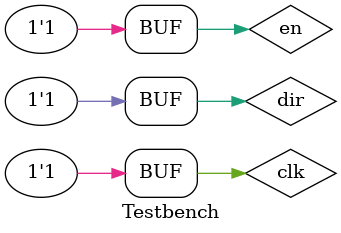
<source format=sv>
module Testbench();

logic clk;
logic en;
logic dir;
logic [3:0] outsignal;

always
begin
clk = 0; #5; clk = 1; #5;
end

StepperM dut(clk, en, dir, outsignal);

initial begin
#90;
en = 1; 
dir = 0; 
#90
en = 1;
dir = 1;
end

endmodule


//module Testbench();

// logic clk;
// logic en;
// logic dir;
// logic [1:0] speed;
// logic  left, right;
// logic [3:0] outsignal;
// logic [1:0] led;
// logic [6:0]seg;
// logic dp;
// logic [3:0] an;

//always
//begin
//clk = 0; #5; clk = 1; #5;
//end

////StepperM dut(clk, en, dir, left, right, outsignal, led);
//car dut(clk, en, dir, speed, left, right, outsignal, led, seg, dp, an);

//initial begin
//#20;
//speed = 2'b01;
//en = 1; 
//dir = 0;
//left = 1;
//right = 0; 
//#20;
//speed = 2'b10;
//en = 1; 
//dir = 0;
//left = 0;
//right = 1;
//#20;
//en = 0; 
//#20
//speed = 2'b11;
//en = 1;
//dir = 1;
//#20
//speed = 2'b00;
//en = 1;
//dir = 1; 
//end
//endmodule

</source>
